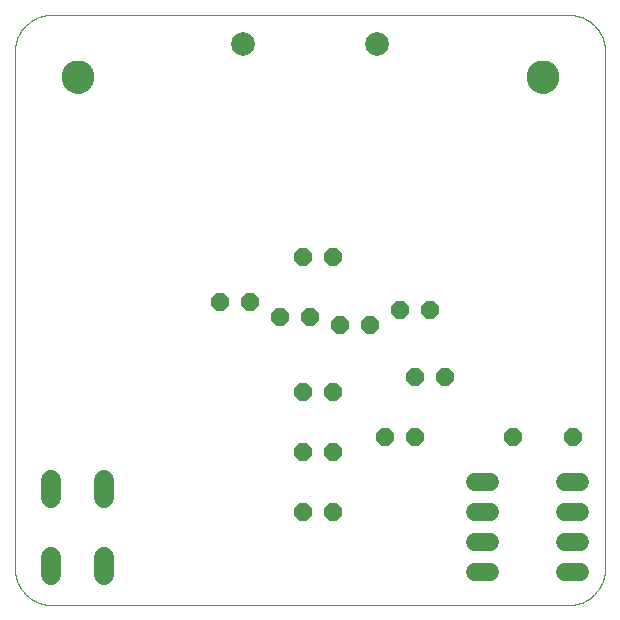
<source format=gbs>
G75*
G70*
%OFA0B0*%
%FSLAX24Y24*%
%IPPOS*%
%LPD*%
%AMOC8*
5,1,8,0,0,1.08239X$1,22.5*
%
%ADD10C,0.0000*%
%ADD11C,0.1104*%
%ADD12OC8,0.0600*%
%ADD13C,0.0600*%
%ADD14C,0.0680*%
%ADD15C,0.0789*%
D10*
X000559Y001809D02*
X000559Y018994D01*
X000561Y019062D01*
X000566Y019129D01*
X000575Y019196D01*
X000588Y019263D01*
X000605Y019328D01*
X000624Y019393D01*
X000648Y019457D01*
X000675Y019519D01*
X000705Y019580D01*
X000738Y019638D01*
X000774Y019695D01*
X000814Y019750D01*
X000856Y019803D01*
X000902Y019854D01*
X000949Y019901D01*
X001000Y019947D01*
X001053Y019989D01*
X001108Y020029D01*
X001165Y020065D01*
X001223Y020098D01*
X001284Y020128D01*
X001346Y020155D01*
X001410Y020179D01*
X001475Y020198D01*
X001540Y020215D01*
X001607Y020228D01*
X001674Y020237D01*
X001741Y020242D01*
X001809Y020244D01*
X018994Y020244D01*
X019062Y020242D01*
X019129Y020237D01*
X019196Y020228D01*
X019263Y020215D01*
X019328Y020198D01*
X019393Y020179D01*
X019457Y020155D01*
X019519Y020128D01*
X019580Y020098D01*
X019638Y020065D01*
X019695Y020029D01*
X019750Y019989D01*
X019803Y019947D01*
X019854Y019901D01*
X019901Y019854D01*
X019947Y019803D01*
X019989Y019750D01*
X020029Y019695D01*
X020065Y019638D01*
X020098Y019580D01*
X020128Y019519D01*
X020155Y019457D01*
X020179Y019393D01*
X020198Y019328D01*
X020215Y019263D01*
X020228Y019196D01*
X020237Y019129D01*
X020242Y019062D01*
X020244Y018994D01*
X020244Y001809D01*
X020242Y001741D01*
X020237Y001674D01*
X020228Y001607D01*
X020215Y001540D01*
X020198Y001475D01*
X020179Y001410D01*
X020155Y001346D01*
X020128Y001284D01*
X020098Y001223D01*
X020065Y001165D01*
X020029Y001108D01*
X019989Y001053D01*
X019947Y001000D01*
X019901Y000949D01*
X019854Y000902D01*
X019803Y000856D01*
X019750Y000814D01*
X019695Y000774D01*
X019638Y000738D01*
X019580Y000705D01*
X019519Y000675D01*
X019457Y000648D01*
X019393Y000624D01*
X019328Y000605D01*
X019263Y000588D01*
X019196Y000575D01*
X019129Y000566D01*
X019062Y000561D01*
X018994Y000559D01*
X001809Y000559D01*
X001741Y000561D01*
X001674Y000566D01*
X001607Y000575D01*
X001540Y000588D01*
X001475Y000605D01*
X001410Y000624D01*
X001346Y000648D01*
X001284Y000675D01*
X001223Y000705D01*
X001165Y000738D01*
X001108Y000774D01*
X001053Y000814D01*
X001000Y000856D01*
X000949Y000902D01*
X000902Y000949D01*
X000856Y001000D01*
X000814Y001053D01*
X000774Y001108D01*
X000738Y001165D01*
X000705Y001223D01*
X000675Y001284D01*
X000648Y001346D01*
X000624Y001410D01*
X000605Y001475D01*
X000588Y001540D01*
X000575Y001607D01*
X000566Y001674D01*
X000561Y001741D01*
X000559Y001809D01*
X002139Y018151D02*
X002141Y018196D01*
X002147Y018240D01*
X002156Y018284D01*
X002170Y018326D01*
X002187Y018367D01*
X002208Y018407D01*
X002232Y018445D01*
X002259Y018480D01*
X002289Y018513D01*
X002322Y018543D01*
X002357Y018570D01*
X002395Y018594D01*
X002435Y018615D01*
X002476Y018632D01*
X002518Y018646D01*
X002562Y018655D01*
X002606Y018661D01*
X002651Y018663D01*
X002696Y018661D01*
X002740Y018655D01*
X002784Y018646D01*
X002826Y018632D01*
X002867Y018615D01*
X002907Y018594D01*
X002945Y018570D01*
X002980Y018543D01*
X003013Y018513D01*
X003043Y018480D01*
X003070Y018445D01*
X003094Y018407D01*
X003115Y018367D01*
X003132Y018326D01*
X003146Y018284D01*
X003155Y018240D01*
X003161Y018196D01*
X003163Y018151D01*
X003161Y018106D01*
X003155Y018062D01*
X003146Y018018D01*
X003132Y017976D01*
X003115Y017935D01*
X003094Y017895D01*
X003070Y017857D01*
X003043Y017822D01*
X003013Y017789D01*
X002980Y017759D01*
X002945Y017732D01*
X002907Y017708D01*
X002867Y017687D01*
X002826Y017670D01*
X002784Y017656D01*
X002740Y017647D01*
X002696Y017641D01*
X002651Y017639D01*
X002606Y017641D01*
X002562Y017647D01*
X002518Y017656D01*
X002476Y017670D01*
X002435Y017687D01*
X002395Y017708D01*
X002357Y017732D01*
X002322Y017759D01*
X002289Y017789D01*
X002259Y017822D01*
X002232Y017857D01*
X002208Y017895D01*
X002187Y017935D01*
X002170Y017976D01*
X002156Y018018D01*
X002147Y018062D01*
X002141Y018106D01*
X002139Y018151D01*
X017639Y018151D02*
X017641Y018196D01*
X017647Y018240D01*
X017656Y018284D01*
X017670Y018326D01*
X017687Y018367D01*
X017708Y018407D01*
X017732Y018445D01*
X017759Y018480D01*
X017789Y018513D01*
X017822Y018543D01*
X017857Y018570D01*
X017895Y018594D01*
X017935Y018615D01*
X017976Y018632D01*
X018018Y018646D01*
X018062Y018655D01*
X018106Y018661D01*
X018151Y018663D01*
X018196Y018661D01*
X018240Y018655D01*
X018284Y018646D01*
X018326Y018632D01*
X018367Y018615D01*
X018407Y018594D01*
X018445Y018570D01*
X018480Y018543D01*
X018513Y018513D01*
X018543Y018480D01*
X018570Y018445D01*
X018594Y018407D01*
X018615Y018367D01*
X018632Y018326D01*
X018646Y018284D01*
X018655Y018240D01*
X018661Y018196D01*
X018663Y018151D01*
X018661Y018106D01*
X018655Y018062D01*
X018646Y018018D01*
X018632Y017976D01*
X018615Y017935D01*
X018594Y017895D01*
X018570Y017857D01*
X018543Y017822D01*
X018513Y017789D01*
X018480Y017759D01*
X018445Y017732D01*
X018407Y017708D01*
X018367Y017687D01*
X018326Y017670D01*
X018284Y017656D01*
X018240Y017647D01*
X018196Y017641D01*
X018151Y017639D01*
X018106Y017641D01*
X018062Y017647D01*
X018018Y017656D01*
X017976Y017670D01*
X017935Y017687D01*
X017895Y017708D01*
X017857Y017732D01*
X017822Y017759D01*
X017789Y017789D01*
X017759Y017822D01*
X017732Y017857D01*
X017708Y017895D01*
X017687Y017935D01*
X017670Y017976D01*
X017656Y018018D01*
X017647Y018062D01*
X017641Y018106D01*
X017639Y018151D01*
D11*
X018151Y018151D03*
X002651Y018151D03*
D12*
X007401Y010651D03*
X008401Y010651D03*
X009401Y010151D03*
X010401Y010151D03*
X011401Y009901D03*
X012401Y009901D03*
X013401Y010401D03*
X014401Y010401D03*
X013901Y008151D03*
X014901Y008151D03*
X013901Y006151D03*
X012901Y006151D03*
X011151Y005651D03*
X010151Y005651D03*
X010151Y007651D03*
X011151Y007651D03*
X011151Y003651D03*
X010151Y003651D03*
X017151Y006151D03*
X019151Y006151D03*
X011151Y012151D03*
X010151Y012151D03*
D13*
X015891Y004651D02*
X016411Y004651D01*
X016411Y003651D02*
X015891Y003651D01*
X015891Y002651D02*
X016411Y002651D01*
X016411Y001651D02*
X015891Y001651D01*
X018891Y001651D02*
X019411Y001651D01*
X019411Y002651D02*
X018891Y002651D01*
X018891Y003651D02*
X019411Y003651D01*
X019411Y004651D02*
X018891Y004651D01*
D14*
X003541Y004731D02*
X003541Y004131D01*
X001761Y004131D02*
X001761Y004731D01*
X001761Y002171D02*
X001761Y001571D01*
X003541Y001571D02*
X003541Y002171D01*
D15*
X008161Y019256D03*
X012641Y019256D03*
M02*

</source>
